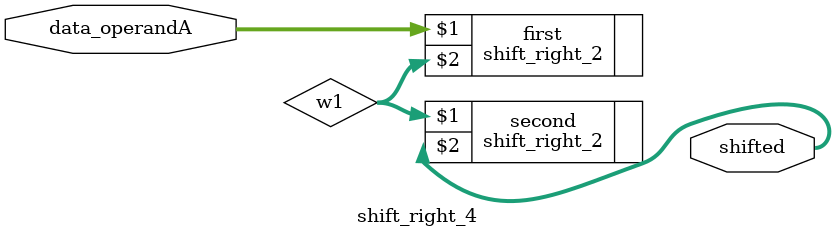
<source format=v>
module shift_right_4(data_operandA, shifted);
    
    input [31:0] data_operandA;
    output [31:0] shifted;

    wire [31:0] w1;
    shift_right_2 first(data_operandA, w1);
    shift_right_2 second(w1, shifted);

endmodule
</source>
